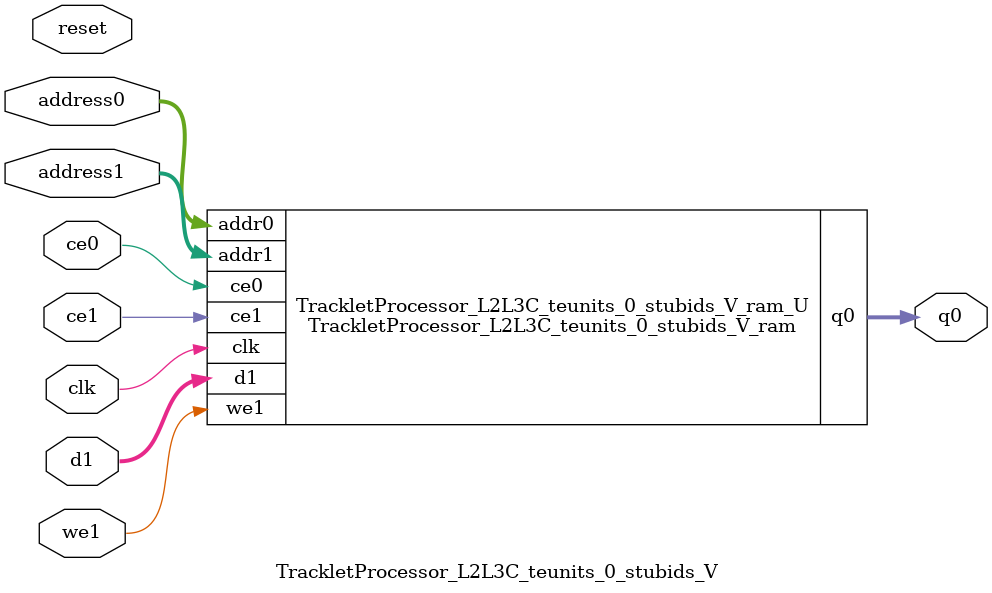
<source format=v>
`timescale 1 ns / 1 ps
module TrackletProcessor_L2L3C_teunits_0_stubids_V_ram (addr0, ce0, q0, addr1, ce1, d1, we1,  clk);

parameter DWIDTH = 50;
parameter AWIDTH = 3;
parameter MEM_SIZE = 8;

input[AWIDTH-1:0] addr0;
input ce0;
output reg[DWIDTH-1:0] q0;
input[AWIDTH-1:0] addr1;
input ce1;
input[DWIDTH-1:0] d1;
input we1;
input clk;

(* ram_style = "distributed" *)reg [DWIDTH-1:0] ram[0:MEM_SIZE-1];




always @(posedge clk)  
begin 
    if (ce0) begin
        q0 <= ram[addr0];
    end
end


always @(posedge clk)  
begin 
    if (ce1) begin
        if (we1) 
            ram[addr1] <= d1; 
    end
end


endmodule

`timescale 1 ns / 1 ps
module TrackletProcessor_L2L3C_teunits_0_stubids_V(
    reset,
    clk,
    address0,
    ce0,
    q0,
    address1,
    ce1,
    we1,
    d1);

parameter DataWidth = 32'd50;
parameter AddressRange = 32'd8;
parameter AddressWidth = 32'd3;
input reset;
input clk;
input[AddressWidth - 1:0] address0;
input ce0;
output[DataWidth - 1:0] q0;
input[AddressWidth - 1:0] address1;
input ce1;
input we1;
input[DataWidth - 1:0] d1;



TrackletProcessor_L2L3C_teunits_0_stubids_V_ram TrackletProcessor_L2L3C_teunits_0_stubids_V_ram_U(
    .clk( clk ),
    .addr0( address0 ),
    .ce0( ce0 ),
    .q0( q0 ),
    .addr1( address1 ),
    .ce1( ce1 ),
    .we1( we1 ),
    .d1( d1 ));

endmodule


</source>
